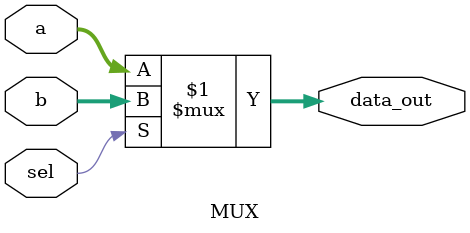
<source format=sv>
module MUX(a,b,sel, data_out);
  input [63:0] a;
  input [63:0] b;
  input sel;
  output [63:0] data_out;
  
  assign data_out = sel ? b: a;
  
endmodule
</source>
